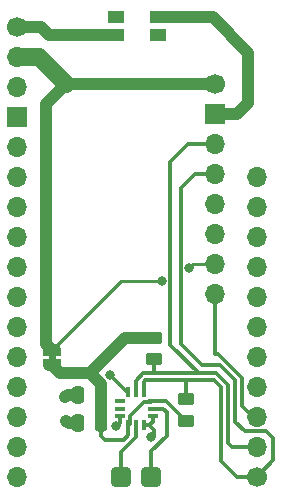
<source format=gbr>
%TF.GenerationSoftware,KiCad,Pcbnew,7.0.5-0*%
%TF.CreationDate,2023-07-31T21:18:35+02:00*%
%TF.ProjectId,wireless-wizard-wand,77697265-6c65-4737-932d-77697a617264,rev?*%
%TF.SameCoordinates,Original*%
%TF.FileFunction,Copper,L1,Top*%
%TF.FilePolarity,Positive*%
%FSLAX46Y46*%
G04 Gerber Fmt 4.6, Leading zero omitted, Abs format (unit mm)*
G04 Created by KiCad (PCBNEW 7.0.5-0) date 2023-07-31 21:18:35*
%MOMM*%
%LPD*%
G01*
G04 APERTURE LIST*
G04 Aperture macros list*
%AMRoundRect*
0 Rectangle with rounded corners*
0 $1 Rounding radius*
0 $2 $3 $4 $5 $6 $7 $8 $9 X,Y pos of 4 corners*
0 Add a 4 corners polygon primitive as box body*
4,1,4,$2,$3,$4,$5,$6,$7,$8,$9,$2,$3,0*
0 Add four circle primitives for the rounded corners*
1,1,$1+$1,$2,$3*
1,1,$1+$1,$4,$5*
1,1,$1+$1,$6,$7*
1,1,$1+$1,$8,$9*
0 Add four rect primitives between the rounded corners*
20,1,$1+$1,$2,$3,$4,$5,0*
20,1,$1+$1,$4,$5,$6,$7,0*
20,1,$1+$1,$6,$7,$8,$9,0*
20,1,$1+$1,$8,$9,$2,$3,0*%
%AMFreePoly0*
4,1,25,-0.850000,0.425000,-0.829199,0.556332,-0.768832,0.674809,-0.674809,0.768832,-0.556332,0.829199,-0.425000,0.850000,0.425000,0.850000,0.556332,0.829199,0.674809,0.768832,0.768832,0.674809,0.829199,0.556332,0.850000,0.425000,0.850000,-0.425000,0.829199,-0.556332,0.768832,-0.674809,0.674809,-0.768832,0.556332,-0.829199,0.425000,-0.850000,-0.425000,-0.850000,-0.556332,-0.829199,
-0.674809,-0.768832,-0.768832,-0.674809,-0.829199,-0.556332,-0.850000,-0.425000,-0.850000,0.425000,-0.850000,0.425000,$1*%
%AMFreePoly1*
4,1,19,0.500000,-0.750000,0.000000,-0.750000,0.000000,-0.744911,-0.071157,-0.744911,-0.207708,-0.704816,-0.327430,-0.627875,-0.420627,-0.520320,-0.479746,-0.390866,-0.500000,-0.250000,-0.500000,0.250000,-0.479746,0.390866,-0.420627,0.520320,-0.327430,0.627875,-0.207708,0.704816,-0.071157,0.744911,0.000000,0.744911,0.000000,0.750000,0.500000,0.750000,0.500000,-0.750000,0.500000,-0.750000,
$1*%
%AMFreePoly2*
4,1,19,0.000000,0.744911,0.071157,0.744911,0.207708,0.704816,0.327430,0.627875,0.420627,0.520320,0.479746,0.390866,0.500000,0.250000,0.500000,-0.250000,0.479746,-0.390866,0.420627,-0.520320,0.327430,-0.627875,0.207708,-0.704816,0.071157,-0.744911,0.000000,-0.744911,0.000000,-0.750000,-0.500000,-0.750000,-0.500000,0.750000,0.000000,0.750000,0.000000,0.744911,0.000000,0.744911,
$1*%
G04 Aperture macros list end*
%TA.AperFunction,SMDPad,CuDef*%
%ADD10RoundRect,0.250000X-0.450000X0.262500X-0.450000X-0.262500X0.450000X-0.262500X0.450000X0.262500X0*%
%TD*%
%TA.AperFunction,ComponentPad*%
%ADD11C,1.700000*%
%TD*%
%TA.AperFunction,ComponentPad*%
%ADD12O,1.700000X1.700000*%
%TD*%
%TA.AperFunction,ComponentPad*%
%ADD13R,1.700000X1.700000*%
%TD*%
%TA.AperFunction,SMDPad,CuDef*%
%ADD14RoundRect,0.250000X0.250000X0.475000X-0.250000X0.475000X-0.250000X-0.475000X0.250000X-0.475000X0*%
%TD*%
%TA.AperFunction,SMDPad,CuDef*%
%ADD15R,1.400000X1.050000*%
%TD*%
%TA.AperFunction,ComponentPad*%
%ADD16FreePoly0,270.000000*%
%TD*%
%TA.AperFunction,SMDPad,CuDef*%
%ADD17R,0.950000X0.350000*%
%TD*%
%TA.AperFunction,SMDPad,CuDef*%
%ADD18R,0.350000X0.950000*%
%TD*%
%TA.AperFunction,SMDPad,CuDef*%
%ADD19RoundRect,0.250000X0.450000X-0.262500X0.450000X0.262500X-0.450000X0.262500X-0.450000X-0.262500X0*%
%TD*%
%TA.AperFunction,SMDPad,CuDef*%
%ADD20FreePoly1,90.000000*%
%TD*%
%TA.AperFunction,SMDPad,CuDef*%
%ADD21FreePoly2,90.000000*%
%TD*%
%TA.AperFunction,ViaPad*%
%ADD22C,0.800000*%
%TD*%
%TA.AperFunction,Conductor*%
%ADD23C,0.250000*%
%TD*%
%TA.AperFunction,Conductor*%
%ADD24C,0.350000*%
%TD*%
%TA.AperFunction,Conductor*%
%ADD25C,1.000000*%
%TD*%
%TA.AperFunction,Conductor*%
%ADD26C,1.500000*%
%TD*%
G04 APERTURE END LIST*
%TA.AperFunction,EtchedComponent*%
%TO.C,JP1*%
G36*
X86700000Y-58500000D02*
G01*
X86100000Y-58500000D01*
X86100000Y-58000000D01*
X86700000Y-58000000D01*
X86700000Y-58500000D01*
G37*
%TD.AperFunction*%
%TD*%
D10*
%TO.P,R1,2*%
%TO.N,SCL*%
X95000000Y-58425000D03*
%TO.P,R1,1*%
%TO.N,+3.3VA*%
X95000000Y-56600000D03*
%TD*%
D11*
%TO.P,J2,1,Pin_1*%
%TO.N,SDA*%
X103700000Y-68360000D03*
D12*
%TO.P,J2,2,Pin_2*%
%TO.N,SCL*%
X103700000Y-65820000D03*
%TO.P,J2,3,Pin_3*%
%TO.N,P1.08*%
X103700000Y-63280000D03*
%TO.P,J2,4,Pin_4*%
%TO.N,unconnected-(J2-Pin_4-Pad4)*%
X103700000Y-60740000D03*
%TO.P,J2,5,Pin_5*%
%TO.N,unconnected-(J2-Pin_5-Pad5)*%
X103700000Y-58200000D03*
%TO.P,J2,6,Pin_6*%
%TO.N,unconnected-(J2-Pin_6-Pad6)*%
X103700000Y-55660000D03*
%TO.P,J2,7,Pin_7*%
%TO.N,unconnected-(J2-Pin_7-Pad7)*%
X103700000Y-53120000D03*
%TO.P,J2,8,Pin_8*%
%TO.N,unconnected-(J2-Pin_8-Pad8)*%
X103700000Y-50580000D03*
%TO.P,J2,9,Pin_9*%
%TO.N,unconnected-(J2-Pin_9-Pad9)*%
X103700000Y-48040000D03*
%TO.P,J2,10,Pin_10*%
%TO.N,unconnected-(J2-Pin_10-Pad10)*%
X103700000Y-45500000D03*
%TO.P,J2,11,Pin_11*%
%TO.N,unconnected-(J2-Pin_11-Pad11)*%
X103700000Y-42960000D03*
%TD*%
D11*
%TO.P,J4,1,Pin_1*%
%TO.N,+3.3V*%
X100200000Y-35100000D03*
D13*
%TO.P,J4,2,Pin_2*%
%TO.N,GND1*%
X100200000Y-37640000D03*
D12*
%TO.P,J4,3,Pin_3*%
%TO.N,SCL*%
X100200000Y-40180000D03*
%TO.P,J4,4,Pin_4*%
%TO.N,SDA*%
X100200000Y-42720000D03*
%TO.P,J4,5,Pin_5*%
%TO.N,/XDA*%
X100200000Y-45260000D03*
%TO.P,J4,6,Pin_6*%
%TO.N,/XCL*%
X100200000Y-47800000D03*
%TO.P,J4,7,Pin_7*%
%TO.N,+3.3V*%
X100200000Y-50340000D03*
%TO.P,J4,8,Pin_8*%
%TO.N,P1.08*%
X100200000Y-52880000D03*
%TD*%
D14*
%TO.P,C1,1*%
%TO.N,+3.3VA*%
X90500000Y-61400000D03*
%TO.P,C1,2*%
%TO.N,GND1*%
X88600000Y-61400000D03*
%TD*%
%TO.P,C2,2*%
%TO.N,GND1*%
X88600000Y-63800000D03*
%TO.P,C2,1*%
%TO.N,+3.3VA*%
X90500000Y-63800000D03*
%TD*%
D15*
%TO.P,S1,1,NO_1*%
%TO.N,unconnected-(S1-NO_1-Pad1)*%
X95400000Y-30925000D03*
%TO.P,S1,2,NO_2*%
%TO.N,RST*%
X91800000Y-30925000D03*
%TO.P,S1,3,COM_1*%
%TO.N,GND1*%
X95400000Y-29475000D03*
%TO.P,S1,4,COM_2*%
%TO.N,unconnected-(S1-COM_2-Pad4)*%
X91800000Y-29475000D03*
%TD*%
D11*
%TO.P,J1,1,Pin_1*%
%TO.N,RST*%
X83400000Y-30260000D03*
D12*
%TO.P,J1,2,Pin_2*%
%TO.N,+3.3V*%
X83400000Y-32800000D03*
%TO.P,J1,3,Pin_3*%
%TO.N,unconnected-(J1-Pin_3-Pad3)*%
X83400000Y-35340000D03*
D13*
%TO.P,J1,4,Pin_4*%
%TO.N,GND1*%
X83400000Y-37880000D03*
D12*
%TO.P,J1,5,Pin_5*%
%TO.N,unconnected-(J1-Pin_5-Pad5)*%
X83400000Y-40420000D03*
%TO.P,J1,6,Pin_6*%
%TO.N,unconnected-(J1-Pin_6-Pad6)*%
X83400000Y-42960000D03*
%TO.P,J1,7,Pin_7*%
%TO.N,unconnected-(J1-Pin_7-Pad7)*%
X83400000Y-45500000D03*
%TO.P,J1,8,Pin_8*%
%TO.N,unconnected-(J1-Pin_8-Pad8)*%
X83400000Y-48040000D03*
%TO.P,J1,9,Pin_9*%
%TO.N,unconnected-(J1-Pin_9-Pad9)*%
X83400000Y-50580000D03*
%TO.P,J1,10,Pin_10*%
%TO.N,unconnected-(J1-Pin_10-Pad10)*%
X83400000Y-53120000D03*
%TO.P,J1,11,Pin_11*%
%TO.N,unconnected-(J1-Pin_11-Pad11)*%
X83400000Y-55660000D03*
%TO.P,J1,12,Pin_12*%
%TO.N,unconnected-(J1-Pin_12-Pad12)*%
X83400000Y-58200000D03*
%TO.P,J1,13,Pin_13*%
%TO.N,unconnected-(J1-Pin_13-Pad13)*%
X83400000Y-60740000D03*
%TO.P,J1,14,Pin_14*%
%TO.N,unconnected-(J1-Pin_14-Pad14)*%
X83400000Y-63280000D03*
%TO.P,J1,15,Pin_15*%
%TO.N,unconnected-(J1-Pin_15-Pad15)*%
X83400000Y-65820000D03*
%TO.P,J1,16,Pin_16*%
%TO.N,unconnected-(J1-Pin_16-Pad16)*%
X83400000Y-68360000D03*
%TD*%
D16*
%TO.P,J3,1,Pin_1*%
%TO.N,/M-*%
X94800000Y-68385000D03*
%TO.P,J3,2,Pin_2*%
%TO.N,/M+*%
X92260000Y-68385000D03*
%TD*%
D17*
%TO.P,U2,1,GPI_2*%
%TO.N,unconnected-(U2-GPI_2-Pad1)*%
X92100000Y-61950000D03*
%TO.P,U2,2,GPI_1*%
%TO.N,unconnected-(U2-GPI_1-Pad2)*%
X92100000Y-62600000D03*
%TO.P,U2,3,GPI_0/_PWM*%
%TO.N,/PWM*%
X92100000Y-63250000D03*
D18*
%TO.P,U2,4,VDD*%
%TO.N,+3.3VA*%
X92850000Y-64000000D03*
%TO.P,U2,5,OUTP*%
%TO.N,/M+*%
X93500000Y-64000000D03*
%TO.P,U2,6,GND_1*%
%TO.N,GND1*%
X94150000Y-64000000D03*
D17*
%TO.P,U2,7,GND_2*%
X94900000Y-63250000D03*
%TO.P,U2,8,OUTN*%
%TO.N,/M-*%
X94900000Y-62600000D03*
%TO.P,U2,9,VDDIO*%
%TO.N,+3.3VA*%
X94900000Y-61950000D03*
D18*
%TO.P,U2,10,SDA*%
%TO.N,SDA*%
X94150000Y-61200000D03*
%TO.P,U2,11,SCL*%
%TO.N,SCL*%
X93500000Y-61200000D03*
%TO.P,U2,12,NIRQ*%
%TO.N,/IRQ*%
X92850000Y-61200000D03*
%TD*%
D19*
%TO.P,R2,2*%
%TO.N,SDA*%
X97700000Y-61800000D03*
%TO.P,R2,1*%
%TO.N,+3.3VA*%
X97700000Y-63625000D03*
%TD*%
D20*
%TO.P,JP1,1,A*%
%TO.N,+3.3VA*%
X86400000Y-58900000D03*
D21*
%TO.P,JP1,2,B*%
%TO.N,+3.3V*%
X86400000Y-57600000D03*
%TD*%
D22*
%TO.N,+3.3V*%
X98001500Y-50700000D03*
X95698500Y-51800000D03*
%TO.N,/PWM*%
X91800000Y-64100000D03*
%TO.N,GND1*%
X94800000Y-65000000D03*
%TO.N,/IRQ*%
X91334803Y-59784455D03*
%TO.N,GND1*%
X87500000Y-61600000D03*
X87600000Y-63600000D03*
%TD*%
D23*
%TO.N,+3.3V*%
X95698500Y-51800000D02*
X92200000Y-51800000D01*
X92200000Y-51800000D02*
X86400000Y-57600000D01*
X100200000Y-50340000D02*
X98361500Y-50340000D01*
X98361500Y-50340000D02*
X98001500Y-50700000D01*
D24*
%TO.N,+3.3VA*%
X92850000Y-64000000D02*
X92950000Y-63900000D01*
X92950000Y-63900000D02*
X92950000Y-63250000D01*
X92950000Y-63250000D02*
X94150000Y-62050000D01*
X94150000Y-62050000D02*
X94800000Y-62050000D01*
X94800000Y-62050000D02*
X94900000Y-61950000D01*
D25*
%TO.N,+3.3V*%
X87600000Y-35100000D02*
X100200000Y-35100000D01*
D24*
%TO.N,/PWM*%
X92100000Y-63800000D02*
X91800000Y-64100000D01*
X92100000Y-63250000D02*
X92100000Y-63800000D01*
%TO.N,+3.3VA*%
X92850000Y-64000000D02*
X92850000Y-64850000D01*
X92450000Y-65250000D02*
X90850000Y-65250000D01*
X92850000Y-64850000D02*
X92450000Y-65250000D01*
X90850000Y-65250000D02*
X90500000Y-64900000D01*
X90500000Y-64900000D02*
X90500000Y-63800000D01*
%TO.N,GND1*%
X94900000Y-63250000D02*
X94900000Y-63700000D01*
X94900000Y-63700000D02*
X94600000Y-64000000D01*
X95000000Y-64800000D02*
X94800000Y-65000000D01*
X95000000Y-64400000D02*
X95000000Y-64800000D01*
X94150000Y-64000000D02*
X94600000Y-64000000D01*
X94600000Y-64000000D02*
X95000000Y-64400000D01*
D25*
%TO.N,RST*%
X83400000Y-30260000D02*
X85460000Y-30260000D01*
X86125000Y-30925000D02*
X91800000Y-30925000D01*
X85460000Y-30260000D02*
X86125000Y-30925000D01*
%TO.N,GND1*%
X103000000Y-32500000D02*
X99975000Y-29475000D01*
X99975000Y-29475000D02*
X95400000Y-29475000D01*
D24*
%TO.N,/IRQ*%
X92750348Y-61200000D02*
X91334803Y-59784455D01*
X92850000Y-61200000D02*
X92750348Y-61200000D01*
D25*
%TO.N,+3.3VA*%
X86400000Y-58900000D02*
X87100000Y-59600000D01*
X90500000Y-60500000D02*
X90500000Y-61400000D01*
X89600000Y-59600000D02*
X90500000Y-60500000D01*
X92600000Y-56600000D02*
X89600000Y-59600000D01*
D24*
X96025000Y-61950000D02*
X97700000Y-63625000D01*
D25*
X87100000Y-59600000D02*
X89600000Y-59600000D01*
X90500000Y-61400000D02*
X90500000Y-63800000D01*
X95000000Y-56600000D02*
X92600000Y-56600000D01*
D24*
X94900000Y-61950000D02*
X96025000Y-61950000D01*
D25*
%TO.N,GND1*%
X103000000Y-32500000D02*
X103000000Y-36700000D01*
X103000000Y-36700000D02*
X102060000Y-37640000D01*
X88600000Y-61400000D02*
X87700000Y-61400000D01*
X87800000Y-63800000D02*
X87600000Y-63600000D01*
X102060000Y-37640000D02*
X100200000Y-37640000D01*
X87700000Y-61400000D02*
X87500000Y-61600000D01*
X88600000Y-63800000D02*
X87800000Y-63800000D01*
D24*
%TO.N,SDA*%
X94150000Y-60350000D02*
X94300000Y-60200000D01*
X100100000Y-60200000D02*
X100700000Y-60800000D01*
X105100000Y-65100000D02*
X104500000Y-64500000D01*
X105100000Y-66960000D02*
X105100000Y-65100000D01*
X101900000Y-60200000D02*
X100600000Y-58900000D01*
X99100000Y-58900000D02*
X97300000Y-57100000D01*
X94150000Y-61200000D02*
X94150000Y-60350000D01*
X98480000Y-42720000D02*
X100200000Y-42720000D01*
X97300000Y-57100000D02*
X97300000Y-43900000D01*
X97700000Y-61800000D02*
X97700000Y-60200000D01*
X102060000Y-68360000D02*
X103700000Y-68360000D01*
X104500000Y-64500000D02*
X104495000Y-64505000D01*
X97300000Y-43900000D02*
X98480000Y-42720000D01*
X102705000Y-64505000D02*
X101900000Y-63700000D01*
X100700000Y-60800000D02*
X100700000Y-67000000D01*
X94300000Y-60200000D02*
X97700000Y-60200000D01*
X101900000Y-63700000D02*
X101900000Y-60200000D01*
X104495000Y-64505000D02*
X102705000Y-64505000D01*
X100600000Y-58900000D02*
X99100000Y-58900000D01*
X100700000Y-67000000D02*
X102060000Y-68360000D01*
X97700000Y-60200000D02*
X100100000Y-60200000D01*
X103700000Y-68360000D02*
X105100000Y-66960000D01*
%TO.N,SCL*%
X95000000Y-59500000D02*
X94900000Y-59600000D01*
X96400000Y-41700000D02*
X97920000Y-40180000D01*
X101300000Y-65500000D02*
X101300000Y-60600000D01*
X101300000Y-60600000D02*
X100300000Y-59600000D01*
X95000000Y-58425000D02*
X95000000Y-59500000D01*
X103700000Y-65820000D02*
X101620000Y-65820000D01*
X98800000Y-59600000D02*
X96400000Y-57200000D01*
X94122182Y-59600000D02*
X93500000Y-60222182D01*
X94900000Y-59600000D02*
X94122182Y-59600000D01*
X98800000Y-59600000D02*
X94900000Y-59600000D01*
X100300000Y-59600000D02*
X98800000Y-59600000D01*
X96400000Y-57200000D02*
X96400000Y-41700000D01*
X97920000Y-40180000D02*
X100200000Y-40180000D01*
X101620000Y-65820000D02*
X101300000Y-65500000D01*
X93500000Y-60222182D02*
X93500000Y-61200000D01*
%TO.N,P1.08*%
X102450000Y-59972182D02*
X100477818Y-58000000D01*
X102450000Y-62350000D02*
X102450000Y-59972182D01*
X100477818Y-58000000D02*
X100200000Y-58000000D01*
X103700000Y-63280000D02*
X103380000Y-63280000D01*
X103380000Y-63280000D02*
X102450000Y-62350000D01*
X100200000Y-58000000D02*
X100200000Y-52880000D01*
%TO.N,/M-*%
X94800000Y-66200000D02*
X94800000Y-68385000D01*
X96100000Y-62900000D02*
X96100000Y-64900000D01*
X95800000Y-62600000D02*
X96100000Y-62900000D01*
X96100000Y-64900000D02*
X94800000Y-66200000D01*
X94900000Y-62600000D02*
X95800000Y-62600000D01*
%TO.N,/M+*%
X93500000Y-65000000D02*
X92260000Y-66240000D01*
X92260000Y-66240000D02*
X92260000Y-68385000D01*
X93500000Y-64000000D02*
X93500000Y-65000000D01*
D25*
%TO.N,+3.3V*%
X85900000Y-36800000D02*
X87600000Y-35100000D01*
D26*
X85300000Y-32800000D02*
X87600000Y-35100000D01*
D25*
X85900000Y-36800000D02*
X85900000Y-57100000D01*
X85900000Y-57100000D02*
X86400000Y-57600000D01*
D26*
X83400000Y-32800000D02*
X85300000Y-32800000D01*
%TD*%
M02*

</source>
